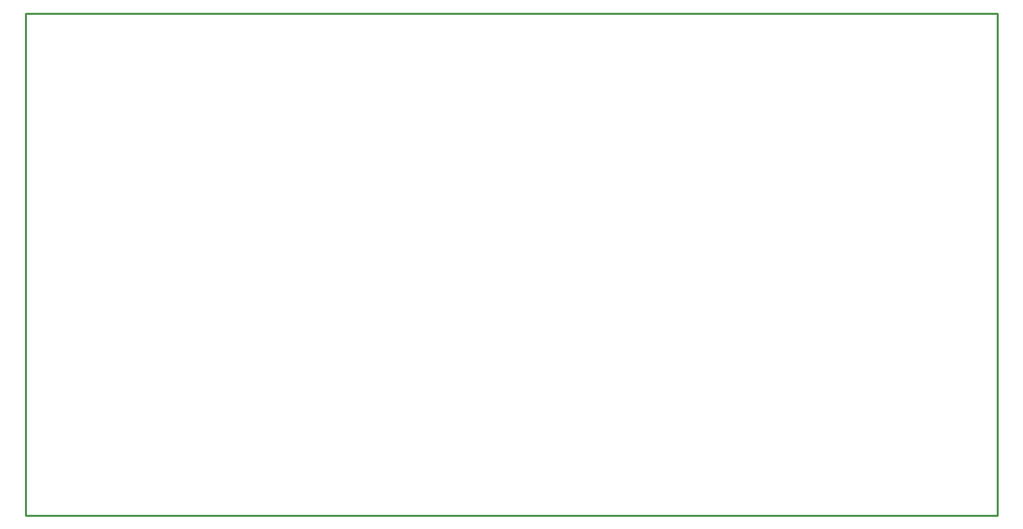
<source format=gko>
G04 Layer: BoardOutline*
G04 EasyEDA v6.4.19.5, 2021-06-03T21:19:05--4:00*
G04 414059cc890b428caf1b09701b66df98,e10cd4278cfb41548d653a77c6d3a388,10*
G04 Gerber Generator version 0.2*
G04 Scale: 100 percent, Rotated: No, Reflected: No *
G04 Dimensions in millimeters *
G04 leading zeros omitted , absolute positions ,4 integer and 5 decimal *
%FSLAX45Y45*%
%MOMM*%

%ADD10C,0.2540*%
D10*
X0Y0D02*
G01*
X12204700Y0D01*
X12204700Y-6299200D01*
X0Y-6299200D01*
X0Y0D01*

%LPD*%
M02*

</source>
